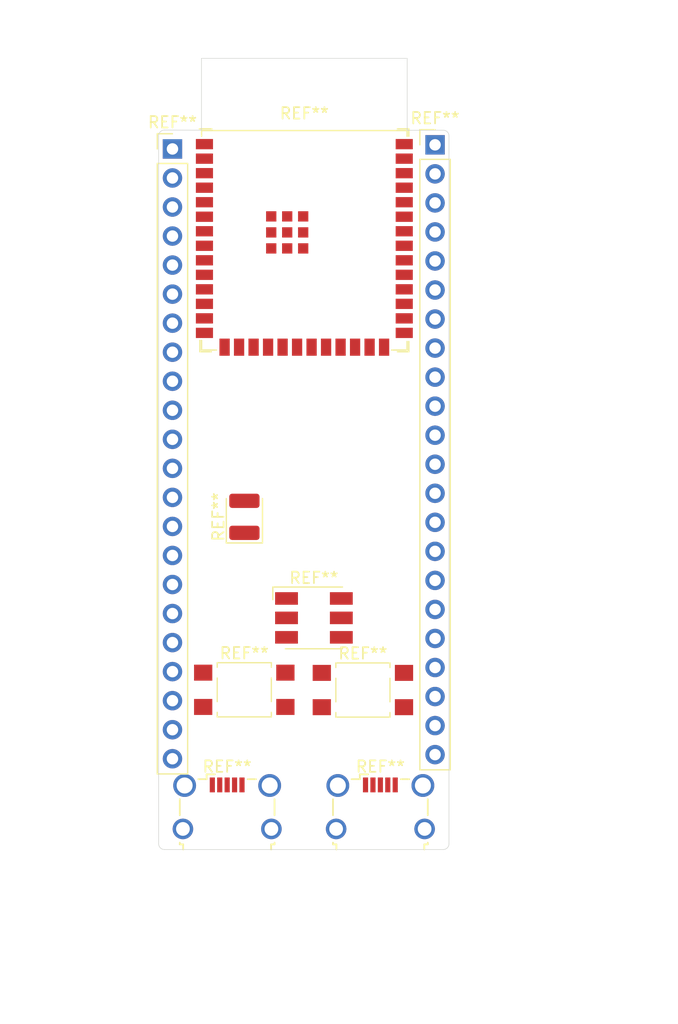
<source format=kicad_pcb>
(kicad_pcb (version 20211014) (generator pcbnew)
  (layers (0 "F.Cu" signal) (31 "B.Cu" signal) (34 "B.Paste" user) (35 "F.Paste" user) (36 "B.SilkS" user "B.Silkscreen") (37 "F.SilkS" user "F.Silkscreen") (38 "B.Mask" user) (39 "F.Mask" user) (44 "Edge.Cuts" user))
  (net 0 "")
  (footprint "Diode_SMD:D_1210_3225Metric" (layer "F.Cu") (at 35.51 60.13 90)
    (fp_text reference "REF**" (at 0 -2.28 90) (layer "F.SilkS"))
    (fp_text value "D_1210_3225Metric")
    (fp_line (start -2.285 1.585) (end 1.6 1.585) (layer "F.SilkS") (width 0.12))
    (fp_line (start -2.285 -1.585) (end -2.285 1.585) (layer "F.SilkS") (width 0.12))
    (fp_line (start 1.6 -1.585) (end -2.285 -1.585) (layer "F.SilkS") (width 0.12))
    (pad "1" smd roundrect (at -1.4 0 90) (size 1.25 2.65) (layers "F.Cu" "F.Paste" "F.Mask") (roundrect_rratio 0.2))
    (pad "2" smd roundrect (at 1.4 0 90) (size 1.25 2.65) (layers "F.Cu" "F.Paste" "F.Mask") (roundrect_rratio 0.2))
  )
  (footprint "Connector_PinHeader_2.54mm:PinHeader_1x22_P2.54mm_Vertical" (layer "F.Cu") (at 52.21 27.59)
    (fp_text reference "REF**" (at 0 -2.33) (layer "F.SilkS"))
    (fp_text value "PinHeader_1x22_P2.54mm_Vertical")
    (fp_line (start -1.33 -1.33) (end 0 -1.33) (layer "F.SilkS") (width 0.12))
    (fp_line (start -1.33 54.67) (end 1.33 54.67) (layer "F.SilkS") (width 0.12))
    (fp_line (start -1.33 0) (end -1.33 -1.33) (layer "F.SilkS") (width 0.12))
    (fp_line (start -1.33 1.27) (end -1.33 54.67) (layer "F.SilkS") (width 0.12))
    (fp_line (start 1.33 1.27) (end 1.33 54.67) (layer "F.SilkS") (width 0.12))
    (fp_line (start -1.33 1.27) (end 1.33 1.27) (layer "F.SilkS") (width 0.12))
    (pad "1" thru_hole rect (at 0 0) (size 1.7 1.7) (drill 1) (layers *.Cu *.Mask))
    (pad "2" thru_hole oval (at 0 2.54) (size 1.7 1.7) (drill 1) (layers *.Cu *.Mask))
    (pad "3" thru_hole oval (at 0 5.08) (size 1.7 1.7) (drill 1) (layers *.Cu *.Mask))
    (pad "4" thru_hole oval (at 0 7.62) (size 1.7 1.7) (drill 1) (layers *.Cu *.Mask))
    (pad "5" thru_hole oval (at 0 10.16) (size 1.7 1.7) (drill 1) (layers *.Cu *.Mask))
    (pad "6" thru_hole oval (at 0 12.7) (size 1.7 1.7) (drill 1) (layers *.Cu *.Mask))
    (pad "7" thru_hole oval (at 0 15.24) (size 1.7 1.7) (drill 1) (layers *.Cu *.Mask))
    (pad "8" thru_hole oval (at 0 17.78) (size 1.7 1.7) (drill 1) (layers *.Cu *.Mask))
    (pad "9" thru_hole oval (at 0 20.32) (size 1.7 1.7) (drill 1) (layers *.Cu *.Mask))
    (pad "10" thru_hole oval (at 0 22.86) (size 1.7 1.7) (drill 1) (layers *.Cu *.Mask))
    (pad "11" thru_hole oval (at 0 25.4) (size 1.7 1.7) (drill 1) (layers *.Cu *.Mask))
    (pad "12" thru_hole oval (at 0 27.94) (size 1.7 1.7) (drill 1) (layers *.Cu *.Mask))
    (pad "13" thru_hole oval (at 0 30.48) (size 1.7 1.7) (drill 1) (layers *.Cu *.Mask))
    (pad "14" thru_hole oval (at 0 33.02) (size 1.7 1.7) (drill 1) (layers *.Cu *.Mask))
    (pad "15" thru_hole oval (at 0 35.56) (size 1.7 1.7) (drill 1) (layers *.Cu *.Mask))
    (pad "16" thru_hole oval (at 0 38.1) (size 1.7 1.7) (drill 1) (layers *.Cu *.Mask))
    (pad "17" thru_hole oval (at 0 40.64) (size 1.7 1.7) (drill 1) (layers *.Cu *.Mask))
    (pad "18" thru_hole oval (at 0 43.18) (size 1.7 1.7) (drill 1) (layers *.Cu *.Mask))
    (pad "19" thru_hole oval (at 0 45.72) (size 1.7 1.7) (drill 1) (layers *.Cu *.Mask))
    (pad "20" thru_hole oval (at 0 48.26) (size 1.7 1.7) (drill 1) (layers *.Cu *.Mask))
    (pad "21" thru_hole oval (at 0 50.8) (size 1.7 1.7) (drill 1) (layers *.Cu *.Mask))
    (pad "22" thru_hole oval (at 0 53.34) (size 1.7 1.7) (drill 1) (layers *.Cu *.Mask))
  )
  (footprint "LED_SMD:LED_RGB_5050-6" (layer "F.Cu") (at 41.6 68.97)
    (fp_text reference "REF**" (at 0 -3.5 180) (layer "F.SilkS"))
    (fp_text value "LED_RGB_5050-6")
    (fp_line (start 2.5 2.7) (end -2.5 2.7) (layer "F.SilkS") (width 0.12))
    (fp_line (start -3.6 -1.6) (end -3.6 -2.7) (layer "F.SilkS") (width 0.12))
    (fp_line (start -3.6 -2.7) (end 2.5 -2.7) (layer "F.SilkS") (width 0.12))
    (pad "1" smd rect (at -2.4 -1.7 90) (size 1.1 2) (layers "F.Cu" "F.Paste" "F.Mask"))
    (pad "2" smd rect (at -2.4 0 90) (size 1.1 2) (layers "F.Cu" "F.Paste" "F.Mask"))
    (pad "3" smd rect (at -2.4 1.7 90) (size 1.1 2) (layers "F.Cu" "F.Paste" "F.Mask"))
    (pad "4" smd rect (at 2.4 1.7 90) (size 1.1 2) (layers "F.Cu" "F.Paste" "F.Mask"))
    (pad "5" smd rect (at 2.4 0 90) (size 1.1 2) (layers "F.Cu" "F.Paste" "F.Mask"))
    (pad "6" smd rect (at 2.4 -1.7 90) (size 1.1 2) (layers "F.Cu" "F.Paste" "F.Mask"))
  )
  (footprint "Connector_USB:USB_Micro-B_Wuerth_629105150521_CircularHoles" (layer "F.Cu") (at 47.42 85.48)
    (fp_text reference "REF**" (at 0 -3.5) (layer "F.SilkS"))
    (fp_text value "USB_Micro-B_Wuerth_629105150521_CircularHoles")
    (fp_line (start -4.15 3.15) (end -4.15 3.3) (layer "F.SilkS") (width 0.15))
    (fp_line (start -1.8 -2.825) (end -1.8 -2.4) (layer "F.SilkS") (width 0.15))
    (fp_line (start 1.8 -2.4) (end 2.525 -2.4) (layer "F.SilkS") (width 0.15))
    (fp_line (start -4.15 -0.65) (end -4.15 0.75) (layer "F.SilkS") (width 0.15))
    (fp_line (start -3.85 3.3) (end -3.85 3.75) (layer "F.SilkS") (width 0.15))
    (fp_line (start 4.15 0.75) (end 4.15 -0.65) (layer "F.SilkS") (width 0.15))
    (fp_line (start -1.8 -2.4) (end -2.525 -2.4) (layer "F.SilkS") (width 0.15))
    (fp_line (start 4.15 3.3) (end 4.15 3.15) (layer "F.SilkS") (width 0.15))
    (fp_line (start 3.85 3.3) (end 4.15 3.3) (layer "F.SilkS") (width 0.15))
    (fp_line (start -4.15 3.3) (end -3.85 3.3) (layer "F.SilkS") (width 0.15))
    (fp_line (start 3.85 3.75) (end 3.85 3.3) (layer "F.SilkS") (width 0.15))
    (fp_line (start -1.075 -2.825) (end -1.8 -2.825) (layer "F.SilkS") (width 0.15))
    (pad "" np_thru_hole circle (at 2.5 -0.8) (size 0.8 0.8) (drill 0.8) (layers *.Cu *.Mask))
    (pad "" np_thru_hole circle (at -2.5 -0.8) (size 0.8 0.8) (drill 0.8) (layers *.Cu *.Mask))
    (pad "1" smd rect (at -1.3 -1.9) (size 0.45 1.3) (layers "F.Cu" "F.Paste" "F.Mask"))
    (pad "2" smd rect (at -0.65 -1.9) (size 0.45 1.3) (layers "F.Cu" "F.Paste" "F.Mask"))
    (pad "3" smd rect (at 0 -1.9) (size 0.45 1.3) (layers "F.Cu" "F.Paste" "F.Mask"))
    (pad "4" smd rect (at 0.65 -1.9) (size 0.45 1.3) (layers "F.Cu" "F.Paste" "F.Mask"))
    (pad "5" smd rect (at 1.3 -1.9) (size 0.45 1.3) (layers "F.Cu" "F.Paste" "F.Mask"))
    (pad "6" thru_hole circle (at 3.875 1.95) (size 1.8 1.8) (drill 1.2) (layers *.Cu *.Mask))
    (pad "6" thru_hole circle (at -3.875 1.95) (size 1.8 1.8) (drill 1.2) (layers *.Cu *.Mask))
    (pad "6" thru_hole circle (at 3.725 -1.85) (size 2 2) (drill 1.4) (layers *.Cu *.Mask))
    (pad "6" thru_hole circle (at -3.725 -1.85) (size 2 2) (drill 1.4) (layers *.Cu *.Mask))
  )
  (footprint "Button_Switch_SMD:SW_SPST_TL3305B" (layer "F.Cu") (at 35.5 75.26)
    (fp_text reference "REF**" (at 0 -3.2) (layer "F.SilkS"))
    (fp_text value "SW_SPST_TL3305B")
    (fp_line (start -2.37 2.37) (end 2.37 2.37) (layer "F.SilkS") (width 0.12))
    (fp_line (start -2.37 2.37) (end -2.37 1.97) (layer "F.SilkS") (width 0.12))
    (fp_line (start 2.37 1.03) (end 2.37 -1.03) (layer "F.SilkS") (width 0.12))
    (fp_line (start -2.37 -2.37) (end -2.37 -1.97) (layer "F.SilkS") (width 0.12))
    (fp_line (start 2.37 2.37) (end 2.37 1.97) (layer "F.SilkS") (width 0.12))
    (fp_line (start -2.37 1.03) (end -2.37 -1.03) (layer "F.SilkS") (width 0.12))
    (fp_line (start -2.37 -2.37) (end 2.37 -2.37) (layer "F.SilkS") (width 0.12))
    (fp_line (start 2.37 -2.37) (end 2.37 -1.97) (layer "F.SilkS") (width 0.12))
    (pad "1" smd rect (at 3.6 -1.5) (size 1.6 1.4) (layers "F.Cu" "F.Paste" "F.Mask"))
    (pad "1" smd rect (at -3.6 -1.5) (size 1.6 1.4) (layers "F.Cu" "F.Paste" "F.Mask"))
    (pad "2" smd rect (at -3.6 1.5) (size 1.6 1.4) (layers "F.Cu" "F.Paste" "F.Mask"))
    (pad "2" smd rect (at 3.6 1.5) (size 1.6 1.4) (layers "F.Cu" "F.Paste" "F.Mask"))
  )
  (footprint "Module_ESP:ESP32-S3-WROOM-1U" (layer "F.Cu") (at 40.76 35.79)
    (fp_text reference "REF**" (at 0 -10.95) (layer "F.SilkS"))
    (fp_text value "ESP32-S3-WROOM-1U")
    (fp_line (start -9 -9.45) (end -9 -8.95) (layer "F.SilkS") (width 0.12))
    (fp_line (start 9 9) (end 9 9.75) (layer "F.SilkS") (width 0.12))
    (fp_line (start 9 -9.45) (end -9 -9.45) (layer "F.SilkS") (width 0.12))
    (fp_line (start 9 -9.45) (end 9 -8.95) (layer "F.SilkS") (width 0.12))
    (fp_line (start 9.15 -9.6) (end 8.15 -9.6) (layer "F.SilkS") (width 0.12))
    (fp_line (start -9 8.9) (end -9 9.75) (layer "F.SilkS") (width 0.12))
    (fp_line (start 9.15 9) (end 9.15 9.9) (layer "F.SilkS") (width 0.12))
    (fp_line (start -9.15 9.9) (end -8.15 9.9) (layer "F.SilkS") (width 0.12))
    (fp_line (start 9 9.75) (end 7.65 9.75) (layer "F.SilkS") (width 0.12))
    (fp_line (start -9.15 9.9) (end -9.15 8.9) (layer "F.SilkS") (width 0.12))
    (fp_line (start -9 9.75) (end -7.7 9.75) (layer "F.SilkS") (width 0.12))
    (fp_line (start 9.15 -8.95) (end 9.15 -9.6) (layer "F.SilkS") (width 0.12))
    (fp_line (start 9.15 9.9) (end 8.15 9.9) (layer "F.SilkS") (width 0.12))
    (fp_line (start -9.2 -9.6) (end -8.1 -9.6) (layer "F.SilkS") (width 0.12))
    (pad "1" smd rect locked (at -8.75 -8.26) (size 1.5 0.9) (layers "F.Cu" "F.Paste" "F.Mask"))
    (pad "2" smd rect locked (at -8.75 -6.99) (size 1.5 0.9) (layers "F.Cu" "F.Paste" "F.Mask"))
    (pad "3" smd rect locked (at -8.75 -5.72) (size 1.5 0.9) (layers "F.Cu" "F.Paste" "F.Mask"))
    (pad "4" smd rect locked (at -8.75 -4.45) (size 1.5 0.9) (layers "F.Cu" "F.Paste" "F.Mask"))
    (pad "5" smd rect locked (at -8.75 -3.18) (size 1.5 0.9) (layers "F.Cu" "F.Paste" "F.Mask"))
    (pad "6" smd rect locked (at -8.75 -1.91) (size 1.5 0.9) (layers "F.Cu" "F.Paste" "F.Mask"))
    (pad "7" smd rect locked (at -8.75 -0.64) (size 1.5 0.9) (layers "F.Cu" "F.Paste" "F.Mask"))
    (pad "8" smd rect locked (at -8.75 0.63) (size 1.5 0.9) (layers "F.Cu" "F.Paste" "F.Mask"))
    (pad "9" smd rect locked (at -8.75 1.9) (size 1.5 0.9) (layers "F.Cu" "F.Paste" "F.Mask"))
    (pad "10" smd rect locked (at -8.75 3.17) (size 1.5 0.9) (layers "F.Cu" "F.Paste" "F.Mask"))
    (pad "11" smd rect locked (at -8.75 4.44) (size 1.5 0.9) (layers "F.Cu" "F.Paste" "F.Mask"))
    (pad "12" smd rect locked (at -8.75 5.71) (size 1.5 0.9) (layers "F.Cu" "F.Paste" "F.Mask"))
    (pad "13" smd rect locked (at -8.75 6.98) (size 1.5 0.9) (layers "F.Cu" "F.Paste" "F.Mask"))
    (pad "14" smd rect locked (at -8.75 8.25) (size 1.5 0.9) (layers "F.Cu" "F.Paste" "F.Mask"))
    (pad "15" smd rect locked (at -6.985 9.5 90) (size 1.5 0.9) (layers "F.Cu" "F.Paste" "F.Mask"))
    (pad "16" smd rect locked (at -5.715 9.5 90) (size 1.5 0.9) (layers "F.Cu" "F.Paste" "F.Mask"))
    (pad "17" smd rect locked (at -4.445 9.5 90) (size 1.5 0.9) (layers "F.Cu" "F.Paste" "F.Mask"))
    (pad "18" smd rect locked (at -3.175 9.5 90) (size 1.5 0.9) (layers "F.Cu" "F.Paste" "F.Mask"))
    (pad "19" smd rect locked (at -1.905 9.5 90) (size 1.5 0.9) (layers "F.Cu" "F.Paste" "F.Mask"))
    (pad "20" smd rect locked (at -0.635 9.5 90) (size 1.5 0.9) (layers "F.Cu" "F.Paste" "F.Mask"))
    (pad "21" smd rect locked (at 0.635 9.5 90) (size 1.5 0.9) (layers "F.Cu" "F.Paste" "F.Mask"))
    (pad "22" smd rect locked (at 1.905 9.5 90) (size 1.5 0.9) (layers "F.Cu" "F.Paste" "F.Mask"))
    (pad "23" smd rect locked (at 3.175 9.5 90) (size 1.5 0.9) (layers "F.Cu" "F.Paste" "F.Mask"))
    (pad "24" smd rect locked (at 4.445 9.5 90) (size 1.5 0.9) (layers "F.Cu" "F.Paste" "F.Mask"))
    (pad "25" smd rect locked (at 5.715 9.5 90) (size 1.5 0.9) (layers "F.Cu" "F.Paste" "F.Mask"))
    (pad "26" smd rect locked (at 6.985 9.5 90) (size 1.5 0.9) (layers "F.Cu" "F.Paste" "F.Mask"))
    (pad "27" smd rect locked (at 8.75 8.25 180) (size 1.5 0.9) (layers "F.Cu" "F.Paste" "F.Mask"))
    (pad "28" smd rect locked (at 8.75 6.98 180) (size 1.5 0.9) (layers "F.Cu" "F.Paste" "F.Mask"))
    (pad "29" smd rect locked (at 8.75 5.71 180) (size 1.5 0.9) (layers "F.Cu" "F.Paste" "F.Mask"))
    (pad "30" smd rect locked (at 8.75 4.44 180) (size 1.5 0.9) (layers "F.Cu" "F.Paste" "F.Mask"))
    (pad "31" smd rect locked (at 8.75 3.17 180) (size 1.5 0.9) (layers "F.Cu" "F.Paste" "F.Mask"))
    (pad "32" smd rect locked (at 8.75 1.9 180) (size 1.5 0.9) (layers "F.Cu" "F.Paste" "F.Mask"))
    (pad "33" smd rect locked (at 8.75 0.63 180) (size 1.5 0.9) (layers "F.Cu" "F.Paste" "F.Mask"))
    (pad "34" smd rect locked (at 8.75 -0.64 180) (size 1.5 0.9) (layers "F.Cu" "F.Paste" "F.Mask"))
    (pad "35" smd rect locked (at 8.75 -1.91 180) (size 1.5 0.9) (layers "F.Cu" "F.Paste" "F.Mask"))
    (pad "36" smd rect locked (at 8.75 -3.18 180) (size 1.5 0.9) (layers "F.Cu" "F.Paste" "F.Mask"))
    (pad "37" smd rect locked (at 8.75 -4.45 180) (size 1.5 0.9) (layers "F.Cu" "F.Paste" "F.Mask"))
    (pad "38" smd rect locked (at 8.75 -5.72 180) (size 1.5 0.9) (layers "F.Cu" "F.Paste" "F.Mask"))
    (pad "39" smd rect locked (at 8.75 -6.99 180) (size 1.5 0.9) (layers "F.Cu" "F.Paste" "F.Mask"))
    (pad "40" smd rect locked (at 8.75 -8.26 180) (size 1.5 0.9) (layers "F.Cu" "F.Paste" "F.Mask"))
    (pad "41" smd rect locked (at -1.5 -0.54 180) (size 0.9 0.9) (layers "F.Cu" "F.Paste" "F.Mask"))
    (pad "41" smd rect locked (at -0.1 0.86 180) (size 0.9 0.9) (layers "F.Cu" "F.Paste" "F.Mask"))
    (pad "41" smd rect locked (at -2.9 -1.94 180) (size 0.9 0.9) (layers "F.Cu" "F.Paste" "F.Mask"))
    (pad "41" smd rect locked (at -0.1 -1.94 180) (size 0.9 0.9) (layers "F.Cu" "F.Paste" "F.Mask"))
    (pad "41" smd rect locked (at -1.5 -1.94 180) (size 0.9 0.9) (layers "F.Cu" "F.Paste" "F.Mask"))
    (pad "41" smd rect locked (at -1.5 0.86 180) (size 0.9 0.9) (layers "F.Cu" "F.Paste" "F.Mask"))
    (pad "41" smd rect locked (at -0.1 -0.54 180) (size 0.9 0.9) (layers "F.Cu" "F.Paste" "F.Mask"))
    (pad "41" smd rect locked (at -2.9 -0.54 180) (size 0.9 0.9) (layers "F.Cu" "F.Paste" "F.Mask"))
    (pad "41" smd rect locked (at -2.9 0.86 180) (size 0.9 0.9) (layers "F.Cu" "F.Paste" "F.Mask"))
  )
  (footprint "Connector_PinHeader_2.54mm:PinHeader_1x22_P2.54mm_Vertical" (layer "F.Cu") (at 29.21 27.95)
    (fp_text reference "REF**" (at 0 -2.33) (layer "F.SilkS"))
    (fp_text value "PinHeader_1x22_P2.54mm_Vertical")
    (fp_line (start -1.33 1.27) (end -1.33 54.67) (layer "F.SilkS") (width 0.12))
    (fp_line (start -1.33 -1.33) (end 0 -1.33) (layer "F.SilkS") (width 0.12))
    (fp_line (start -1.33 1.27) (end 1.33 1.27) (layer "F.SilkS") (width 0.12))
    (fp_line (start 1.33 1.27) (end 1.33 54.67) (layer "F.SilkS") (width 0.12))
    (fp_line (start -1.33 0) (end -1.33 -1.33) (layer "F.SilkS") (width 0.12))
    (fp_line (start -1.33 54.67) (end 1.33 54.67) (layer "F.SilkS") (width 0.12))
    (pad "1" thru_hole rect (at 0 0) (size 1.7 1.7) (drill 1) (layers *.Cu *.Mask))
    (pad "2" thru_hole oval (at 0 2.54) (size 1.7 1.7) (drill 1) (layers *.Cu *.Mask))
    (pad "3" thru_hole oval (at 0 5.08) (size 1.7 1.7) (drill 1) (layers *.Cu *.Mask))
    (pad "4" thru_hole oval (at 0 7.62) (size 1.7 1.7) (drill 1) (layers *.Cu *.Mask))
    (pad "5" thru_hole oval (at 0 10.16) (size 1.7 1.7) (drill 1) (layers *.Cu *.Mask))
    (pad "6" thru_hole oval (at 0 12.7) (size 1.7 1.7) (drill 1) (layers *.Cu *.Mask))
    (pad "7" thru_hole oval (at 0 15.24) (size 1.7 1.7) (drill 1) (layers *.Cu *.Mask))
    (pad "8" thru_hole oval (at 0 17.78) (size 1.7 1.7) (drill 1) (layers *.Cu *.Mask))
    (pad "9" thru_hole oval (at 0 20.32) (size 1.7 1.7) (drill 1) (layers *.Cu *.Mask))
    (pad "10" thru_hole oval (at 0 22.86) (size 1.7 1.7) (drill 1) (layers *.Cu *.Mask))
    (pad "11" thru_hole oval (at 0 25.4) (size 1.7 1.7) (drill 1) (layers *.Cu *.Mask))
    (pad "12" thru_hole oval (at 0 27.94) (size 1.7 1.7) (drill 1) (layers *.Cu *.Mask))
    (pad "13" thru_hole oval (at 0 30.48) (size 1.7 1.7) (drill 1) (layers *.Cu *.Mask))
    (pad "14" thru_hole oval (at 0 33.02) (size 1.7 1.7) (drill 1) (layers *.Cu *.Mask))
    (pad "15" thru_hole oval (at 0 35.56) (size 1.7 1.7) (drill 1) (layers *.Cu *.Mask))
    (pad "16" thru_hole oval (at 0 38.1) (size 1.7 1.7) (drill 1) (layers *.Cu *.Mask))
    (pad "17" thru_hole oval (at 0 40.64) (size 1.7 1.7) (drill 1) (layers *.Cu *.Mask))
    (pad "18" thru_hole oval (at 0 43.18) (size 1.7 1.7) (drill 1) (layers *.Cu *.Mask))
    (pad "19" thru_hole oval (at 0 45.72) (size 1.7 1.7) (drill 1) (layers *.Cu *.Mask))
    (pad "20" thru_hole oval (at 0 48.26) (size 1.7 1.7) (drill 1) (layers *.Cu *.Mask))
    (pad "21" thru_hole oval (at 0 50.8) (size 1.7 1.7) (drill 1) (layers *.Cu *.Mask))
    (pad "22" thru_hole oval (at 0 53.34) (size 1.7 1.7) (drill 1) (layers *.Cu *.Mask))
  )
  (footprint "Button_Switch_SMD:SW_SPST_TL3305B" (layer "F.Cu") (at 45.89 75.28)
    (fp_text reference "REF**" (at 0 -3.2) (layer "F.SilkS"))
    (fp_text value "SW_SPST_TL3305B")
    (fp_line (start -2.37 2.37) (end 2.37 2.37) (layer "F.SilkS") (width 0.12))
    (fp_line (start -2.37 -2.37) (end -2.37 -1.97) (layer "F.SilkS") (width 0.12))
    (fp_line (start -2.37 1.03) (end -2.37 -1.03) (layer "F.SilkS") (width 0.12))
    (fp_line (start 2.37 2.37) (end 2.37 1.97) (layer "F.SilkS") (width 0.12))
    (fp_line (start -2.37 2.37) (end -2.37 1.97) (layer "F.SilkS") (width 0.12))
    (fp_line (start 2.37 1.03) (end 2.37 -1.03) (layer "F.SilkS") (width 0.12))
    (fp_line (start 2.37 -2.37) (end 2.37 -1.97) (layer "F.SilkS") (width 0.12))
    (fp_line (start -2.37 -2.37) (end 2.37 -2.37) (layer "F.SilkS") (width 0.12))
    (pad "1" smd rect (at 3.6 -1.5) (size 1.6 1.4) (layers "F.Cu" "F.Paste" "F.Mask"))
    (pad "1" smd rect (at -3.6 -1.5) (size 1.6 1.4) (layers "F.Cu" "F.Paste" "F.Mask"))
    (pad "2" smd rect (at 3.6 1.5) (size 1.6 1.4) (layers "F.Cu" "F.Paste" "F.Mask"))
    (pad "2" smd rect (at -3.6 1.5) (size 1.6 1.4) (layers "F.Cu" "F.Paste" "F.Mask"))
  )
  (footprint "Connector_USB:USB_Micro-B_Wuerth_629105150521_CircularHoles" (layer "F.Cu") (at 34 85.48)
    (fp_text reference "REF**" (at 0 -3.5) (layer "F.SilkS"))
    (fp_text value "USB_Micro-B_Wuerth_629105150521_CircularHoles")
    (fp_line (start -3.85 3.3) (end -3.85 3.75) (layer "F.SilkS") (width 0.15))
    (fp_line (start -1.075 -2.825) (end -1.8 -2.825) (layer "F.SilkS") (width 0.15))
    (fp_line (start -4.15 3.3) (end -3.85 3.3) (layer "F.SilkS") (width 0.15))
    (fp_line (start 3.85 3.3) (end 4.15 3.3) (layer "F.SilkS") (width 0.15))
    (fp_line (start 1.8 -2.4) (end 2.525 -2.4) (layer "F.SilkS") (width 0.15))
    (fp_line (start -4.15 -0.65) (end -4.15 0.75) (layer "F.SilkS") (width 0.15))
    (fp_line (start -1.8 -2.825) (end -1.8 -2.4) (layer "F.SilkS") (width 0.15))
    (fp_line (start 4.15 0.75) (end 4.15 -0.65) (layer "F.SilkS") (width 0.15))
    (fp_line (start -1.8 -2.4) (end -2.525 -2.4) (layer "F.SilkS") (width 0.15))
    (fp_line (start 3.85 3.75) (end 3.85 3.3) (layer "F.SilkS") (width 0.15))
    (fp_line (start -4.15 3.15) (end -4.15 3.3) (layer "F.SilkS") (width 0.15))
    (fp_line (start 4.15 3.3) (end 4.15 3.15) (layer "F.SilkS") (width 0.15))
    (pad "" np_thru_hole circle (at -2.5 -0.8) (size 0.8 0.8) (drill 0.8) (layers *.Cu *.Mask))
    (pad "" np_thru_hole circle (at 2.5 -0.8) (size 0.8 0.8) (drill 0.8) (layers *.Cu *.Mask))
    (pad "1" smd rect (at -1.3 -1.9) (size 0.45 1.3) (layers "F.Cu" "F.Paste" "F.Mask"))
    (pad "2" smd rect (at -0.65 -1.9) (size 0.45 1.3) (layers "F.Cu" "F.Paste" "F.Mask"))
    (pad "3" smd rect (at 0 -1.9) (size 0.45 1.3) (layers "F.Cu" "F.Paste" "F.Mask"))
    (pad "4" smd rect (at 0.65 -1.9) (size 0.45 1.3) (layers "F.Cu" "F.Paste" "F.Mask"))
    (pad "5" smd rect (at 1.3 -1.9) (size 0.45 1.3) (layers "F.Cu" "F.Paste" "F.Mask"))
    (pad "6" thru_hole circle (at -3.725 -1.85) (size 2 2) (drill 1.4) (layers *.Cu *.Mask))
    (pad "6" thru_hole circle (at 3.725 -1.85) (size 2 2) (drill 1.4) (layers *.Cu *.Mask))
    (pad "6" thru_hole circle (at -3.875 1.95) (size 1.8 1.8) (drill 1.2) (layers *.Cu *.Mask))
    (pad "6" thru_hole circle (at 3.875 1.95) (size 1.8 1.8) (drill 1.2) (layers *.Cu *.Mask))
  )
  (gr_line (start 49.77 20.03) (end 49.77 26.32) (layer "Edge.Cuts") (width 0.05))
  (gr_line (start 31.75 20.03) (end 49.77 20.03) (layer "Edge.Cuts") (width 0.05))
  (gr_line (start 28.5 26.299601) (end 31.75 26.31) (layer "Edge.Cuts") (width 0.05))
  (gr_arc (start 53.429999 88.71) (mid 53.290838 89.076693) (end 52.93 89.230399) (layer "Edge.Cuts") (width 0.05))
  (gr_line (start 31.75 26.31) (end 31.75 20.03) (layer "Edge.Cuts") (width 0.05))
  (gr_arc (start 28.52 89.229999) (mid 28.153307 89.090838) (end 27.999601 88.73) (layer "Edge.Cuts") (width 0.05))
  (gr_line (start 27.999601 88.73) (end 28 26.82) (layer "Edge.Cuts") (width 0.05))
  (gr_line (start 49.77 26.32) (end 52.91 26.310001) (layer "Edge.Cuts") (width 0.05))
  (gr_arc (start 28.000001 26.82) (mid 28.139163 26.453308) (end 28.5 26.299601) (layer "Edge.Cuts") (width 0.05))
  (gr_line (start 52.93 89.230399) (end 28.52 89.229999) (layer "Edge.Cuts") (width 0.05))
  (gr_line (start 53.430399 26.81) (end 53.429999 88.71) (layer "Edge.Cuts") (width 0.05))
  (gr_arc (start 52.91 26.310001) (mid 53.276693 26.449162) (end 53.430399 26.81) (layer "Edge.Cuts") (width 0.05))
)
</source>
